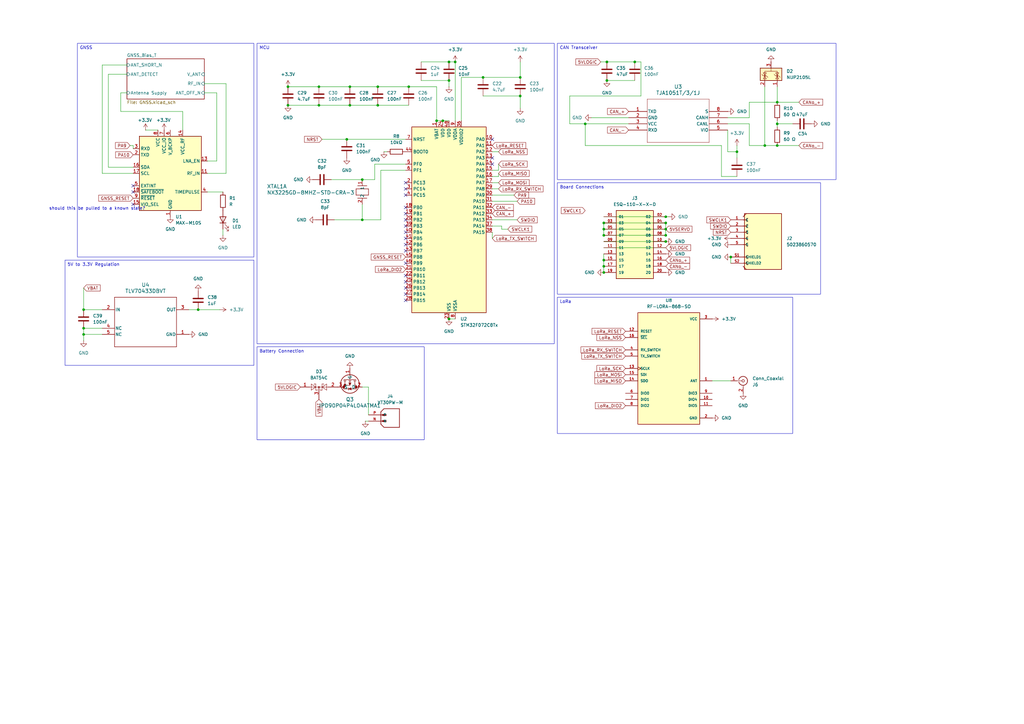
<source format=kicad_sch>
(kicad_sch (version 20250114) (generator "eeschema") (generator_version "9.0")
  (paper "A3")
  (lib_symbols
    (symbol "5023860570:5023860570" (pin_names (offset 1.016))
      (property "Reference" "J" (at -7.62 11.43 0))
      (property "Value" "5023860570" (at -7.62 -15.24 0))
      (symbol "5023860570_0_0"
        (pin passive line (at -12.7 7.62 0) (length 5.08) (name "1") (number "1"))
        (pin passive line (at -12.7 5.08 0) (length 5.08) (name "2") (number "2"))
        (pin passive line (at -12.7 2.54 0) (length 5.08) (name "3") (number "3"))
        (pin passive line (at -12.7 0 0) (length 5.08) (name "4") (number "4"))
        (pin passive line (at -12.7 -2.54 0) (length 5.08) (name "5") (number "5"))
        (pin passive line (at -12.7 -7.62 0) (length 5.08) (name "SHIELD1") (number "S1"))
        (pin passive line (at -12.7 -10.16 0) (length 5.08) (name "SHIELD2") (number "S2"))
      )
    )
    (symbol "Connector:Conn_Coaxial" (pin_names (offset 1.016) (hide yes))
      (property "Reference" "J" (at 0.254 3.048 0))
      (property "Value" "Conn_Coaxial" (at 2.921 0 90))
      (symbol "Conn_Coaxial_1_1"
        (pin passive line (at -5.08 0 0) (length 2.54) (name "In") (number "1"))
        (pin passive line (at 0 -5.08 90) (length 2.54) (name "Ext") (number "2"))
      )
    )
    (symbol "Device:C" (pin_numbers (hide yes)) (pin_names (offset 0.254))
      (property "Reference" "C" (at 0.635 2.54 0))
      (property "Value" "C" (at 0.635 -2.54 0))
      (symbol "C_1_1"
        (pin passive line (at 0 3.81 270) (length 2.794) (name "~") (number "1"))
        (pin passive line (at 0 -3.81 90) (length 2.794) (name "~") (number "2"))
      )
    )
    (symbol "Device:LED" (pin_numbers (hide yes)) (pin_names (offset 1.016) (hide yes))
      (property "Reference" "D" (at 0 2.54 0))
      (property "Value" "LED" (at 0 -2.54 0))
      (symbol "LED_1_1"
        (pin passive line (at -3.81 0 0) (length 2.54) (name "K") (number "1"))
        (pin passive line (at 3.81 0 180) (length 2.54) (name "A") (number "2"))
      )
    )
    (symbol "Device:R" (pin_numbers (hide yes)) (pin_names (offset 0))
      (property "Reference" "R" (at 2.032 0 90))
      (property "Value" "R" (at 0 0 90))
      (symbol "R_1_1"
        (pin passive line (at 0 3.81 270) (length 1.27) (name "~") (number "1"))
        (pin passive line (at 0 -3.81 90) (length 1.27) (name "~") (number "2"))
      )
    )
    (symbol "Diode:BAT54C" (pin_names (offset 1.016))
      (property "Reference" "D" (at 0.635 -3.81 0))
      (property "Value" "BAT54C" (at -6.35 3.175 0))
      (symbol "BAT54C_1_1"
        (pin passive line (at -7.62 0 0) (length 3.81) (name "~") (number "1"))
        (pin passive line (at 0 -5.08 90) (length 5.08) (name "~") (number "3"))
        (pin passive line (at 7.62 0 180) (length 3.81) (name "~") (number "2"))
      )
    )
    (symbol "ESQ-110-X-X-D:ESQ-110-X-X-D" (pin_names (offset 1.016))
      (property "Reference" "J" (at -7.62 13.462 0))
      (property "Value" "ESQ-110-X-X-D" (at -7.62 -17.78 0))
      (symbol "ESQ-110-X-X-D_0_0"
        (pin passive line (at -12.7 10.16 0) (length 5.08) (name "01") (number "01"))
        (pin passive line (at -12.7 7.62 0) (length 5.08) (name "03") (number "03"))
        (pin passive line (at -12.7 5.08 0) (length 5.08) (name "05") (number "05"))
        (pin passive line (at -12.7 2.54 0) (length 5.08) (name "07") (number "07"))
        (pin passive line (at -12.7 0 0) (length 5.08) (name "09") (number "09"))
        (pin passive line (at -12.7 -2.54 0) (length 5.08) (name "11") (number "11"))
        (pin passive line (at -12.7 -5.08 0) (length 5.08) (name "13") (number "13"))
        (pin passive line (at -12.7 -7.62 0) (length 5.08) (name "15") (number "15"))
        (pin passive line (at -12.7 -10.16 0) (length 5.08) (name "17") (number "17"))
        (pin passive line (at -12.7 -12.7 0) (length 5.08) (name "19") (number "19"))
        (pin passive line (at 12.7 10.16 180) (length 5.08) (name "02") (number "02"))
        (pin passive line (at 12.7 7.62 180) (length 5.08) (name "04") (number "04"))
        (pin passive line (at 12.7 5.08 180) (length 5.08) (name "06") (number "06"))
        (pin passive line (at 12.7 2.54 180) (length 5.08) (name "08") (number "08"))
        (pin passive line (at 12.7 0 180) (length 5.08) (name "10") (number "10"))
        (pin passive line (at 12.7 -2.54 180) (length 5.08) (name "12") (number "12"))
        (pin passive line (at 12.7 -5.08 180) (length 5.08) (name "14") (number "14"))
        (pin passive line (at 12.7 -7.62 180) (length 5.08) (name "16") (number "16"))
        (pin passive line (at 12.7 -10.16 180) (length 5.08) (name "18") (number "18"))
        (pin passive line (at 12.7 -12.7 180) (length 5.08) (name "20") (number "20"))
      )
    )
    (symbol "IPD90P04P4L04ATMA1:IPD90P04P4L04ATMA1" (pin_names (offset 0.254))
      (property "Reference" "Q" (at 11.43 1.905 0))
      (property "Value" "IPD90P04P4L04ATMA1" (at 11.43 -2.54 0))
      (symbol "IPD90P04P4L04ATMA1_0_1"
        (pin unspecified line (at 0 0 0) (length 2.54) (name "G") (number "1"))
        (pin unspecified line (at 7.62 5.08 270) (length 2.54) (name "D") (number "2"))
        (pin unspecified line (at 7.62 -5.08 90) (length 2.54) (name "S") (number "3"))
      )
    )
    (symbol "MCU_ST_STM32F0:STM32F072C8Tx"
      (property "Reference" "U" (at -15.24 39.37 0))
      (property "Value" "STM32F072C8Tx" (at 7.62 39.37 0))
      (symbol "STM32F072C8Tx_1_1"
        (pin input line (at -17.78 33.02 0) (length 2.54) (name "NRST") (number "7"))
        (pin input line (at -17.78 27.94 0) (length 2.54) (name "BOOT0") (number "44"))
        (pin bidirectional line (at -17.78 22.86 0) (length 2.54) (name "PF0") (number "5"))
        (pin bidirectional line (at -17.78 20.32 0) (length 2.54) (name "PF1") (number "6"))
        (pin bidirectional line (at -17.78 15.24 0) (length 2.54) (name "PC13") (number "2"))
        (pin bidirectional line (at -17.78 12.7 0) (length 2.54) (name "PC14") (number "3"))
        (pin bidirectional line (at -17.78 10.16 0) (length 2.54) (name "PC15") (number "4"))
        (pin bidirectional line (at -17.78 5.08 0) (length 2.54) (name "PB0") (number "18"))
        (pin bidirectional line (at -17.78 2.54 0) (length 2.54) (name "PB1") (number "19"))
        (pin bidirectional line (at -17.78 0 0) (length 2.54) (name "PB2") (number "20"))
        (pin bidirectional line (at -17.78 -2.54 0) (length 2.54) (name "PB3") (number "39"))
        (pin bidirectional line (at -17.78 -5.08 0) (length 2.54) (name "PB4") (number "40"))
        (pin bidirectional line (at -17.78 -7.62 0) (length 2.54) (name "PB5") (number "41"))
        (pin bidirectional line (at -17.78 -10.16 0) (length 2.54) (name "PB6") (number "42"))
        (pin bidirectional line (at -17.78 -12.7 0) (length 2.54) (name "PB7") (number "43"))
        (pin bidirectional line (at -17.78 -15.24 0) (length 2.54) (name "PB8") (number "45"))
        (pin bidirectional line (at -17.78 -17.78 0) (length 2.54) (name "PB9") (number "46"))
        (pin bidirectional line (at -17.78 -20.32 0) (length 2.54) (name "PB10") (number "21"))
        (pin bidirectional line (at -17.78 -22.86 0) (length 2.54) (name "PB11") (number "22"))
        (pin bidirectional line (at -17.78 -25.4 0) (length 2.54) (name "PB12") (number "25"))
        (pin bidirectional line (at -17.78 -27.94 0) (length 2.54) (name "PB13") (number "26"))
        (pin bidirectional line (at -17.78 -30.48 0) (length 2.54) (name "PB14") (number "27"))
        (pin bidirectional line (at -17.78 -33.02 0) (length 2.54) (name "PB15") (number "28"))
        (pin power_in line (at -5.08 40.64 270) (length 2.54) (name "VBAT") (number "1"))
        (pin power_in line (at -2.54 40.64 270) (length 2.54) (name "VDD") (number "24"))
        (pin power_in line (at 0 40.64 270) (length 2.54) (name "VDD") (number "48"))
        (pin power_in line (at 0 -40.64 90) (length 2.54) (name "VSS") (number "23"))
        (pin passive line (at 0 -40.64 90) (length 2.54) (hide yes) (name "VSS") (number "35"))
        (pin passive line (at 0 -40.64 90) (length 2.54) (hide yes) (name "VSS") (number "47"))
        (pin power_in line (at 2.54 40.64 270) (length 2.54) (name "VDDA") (number "9"))
        (pin power_in line (at 2.54 -40.64 90) (length 2.54) (name "VSSA") (number "8"))
        (pin power_in line (at 5.08 40.64 270) (length 2.54) (name "VDDIO2") (number "36"))
        (pin bidirectional line (at 17.78 33.02 180) (length 2.54) (name "PA0") (number "10"))
        (pin bidirectional line (at 17.78 30.48 180) (length 2.54) (name "PA1") (number "11"))
        (pin bidirectional line (at 17.78 27.94 180) (length 2.54) (name "PA2") (number "12"))
        (pin bidirectional line (at 17.78 25.4 180) (length 2.54) (name "PA3") (number "13"))
        (pin bidirectional line (at 17.78 22.86 180) (length 2.54) (name "PA4") (number "14"))
        (pin bidirectional line (at 17.78 20.32 180) (length 2.54) (name "PA5") (number "15"))
        (pin bidirectional line (at 17.78 17.78 180) (length 2.54) (name "PA6") (number "16"))
        (pin bidirectional line (at 17.78 15.24 180) (length 2.54) (name "PA7") (number "17"))
        (pin bidirectional line (at 17.78 12.7 180) (length 2.54) (name "PA8") (number "29"))
        (pin bidirectional line (at 17.78 10.16 180) (length 2.54) (name "PA9") (number "30"))
        (pin bidirectional line (at 17.78 7.62 180) (length 2.54) (name "PA10") (number "31"))
        (pin bidirectional line (at 17.78 5.08 180) (length 2.54) (name "PA11") (number "32"))
        (pin bidirectional line (at 17.78 2.54 180) (length 2.54) (name "PA12") (number "33"))
        (pin bidirectional line (at 17.78 0 180) (length 2.54) (name "PA13") (number "34"))
        (pin bidirectional line (at 17.78 -2.54 180) (length 2.54) (name "PA14") (number "37"))
        (pin bidirectional line (at 17.78 -5.08 180) (length 2.54) (name "PA15") (number "38"))
      )
    )
    (symbol "NX3225GD-8MHZ-STD-CRA-3:NX3225GD-8MHZ-STD-CRA-3" (pin_names (offset 0.254))
      (property "Reference" "XTAL" (at 5.08 4.445 0))
      (property "Value" "NX3225GD-8MHZ-STD-CRA-3" (at 5.08 -4.445 0))
      (symbol "NX3225GD-8MHZ-STD-CRA-3_1_1"
        (pin unspecified line (at 0 0 0) (length 2.54) (name "1") (number "1"))
        (pin unspecified line (at 10.16 0 180) (length 2.54) (name "2") (number "2"))
      )
      (symbol "NX3225GD-8MHZ-STD-CRA-3_1_2"
        (pin unspecified line (at 0 10.16 270) (length 2.54) (name "2") (number "2"))
        (pin unspecified line (at 0 0 90) (length 2.54) (name "1") (number "1"))
      )
    )
    (symbol "Power_Protection:NUP2105L" (pin_names (hide yes))
      (property "Reference" "D" (at 5.715 2.54 0))
      (property "Value" "NUP2105L" (at 5.715 0.635 0))
      (symbol "NUP2105L_0_0"
        (pin passive line (at 0 -5.08 90) (length 2.54) (name "A") (number "3"))
      )
      (symbol "NUP2105L_1_1"
        (pin passive line (at -2.54 5.08 270) (length 2.54) (name "K") (number "1"))
        (pin passive line (at 2.54 5.08 270) (length 2.54) (name "K") (number "2"))
      )
    )
    (symbol "RF-LORA-868-SO:RF-LORA-868-SO" (pin_names (offset 1.016))
      (property "Reference" "U" (at -12.7041 23.5026 0))
      (property "Value" "RF-LORA-868-SO" (at -12.7215 -25.4429 0))
      (symbol "RF-LORA-868-SO_0_0"
        (pin input line (at -17.78 15.24 0) (length 5.08) (name "RESET") (number "12"))
        (pin input line (at -17.78 12.7 0) (length 5.08) (name "~{SEL}") (number "16"))
        (pin input line (at -17.78 7.62 0) (length 5.08) (name "RX_SWITCH") (number "4"))
        (pin input line (at -17.78 5.08 0) (length 5.08) (name "TX_SWITCH") (number "5"))
        (pin input clock (at -17.78 0 0) (length 5.08) (name "SCLK") (number "13"))
        (pin input line (at -17.78 -2.54 0) (length 5.08) (name "SDI") (number "15"))
        (pin output line (at -17.78 -5.08 0) (length 5.08) (name "SDO") (number "14"))
        (pin bidirectional line (at -17.78 -10.16 0) (length 5.08) (name "DIO0") (number "6"))
        (pin bidirectional line (at -17.78 -12.7 0) (length 5.08) (name "DIO1") (number "7"))
        (pin bidirectional line (at -17.78 -15.24 0) (length 5.08) (name "DIO2") (number "8"))
        (pin power_in line (at 17.78 20.32 180) (length 5.08) (name "VCC") (number "3"))
        (pin bidirectional line (at 17.78 -5.08 180) (length 5.08) (name "ANT") (number "1"))
        (pin bidirectional line (at 17.78 -10.16 180) (length 5.08) (name "DIO3") (number "9"))
        (pin bidirectional line (at 17.78 -12.7 180) (length 5.08) (name "DIO4") (number "10"))
        (pin bidirectional line (at 17.78 -15.24 180) (length 5.08) (name "DIO5") (number "11"))
        (pin power_in line (at 17.78 -20.32 180) (length 5.08) (name "GND") (number "2"))
      )
    )
    (symbol "RF_GPS:MAX-M10S"
      (property "Reference" "U" (at -10.16 16.51 0))
      (property "Value" "MAX-M10S" (at 11.43 16.51 0))
      (symbol "MAX-M10S_1_1"
        (pin input line (at -15.24 10.16 0) (length 2.54) (name "RXD") (number "3"))
        (pin output line (at -15.24 7.62 0) (length 2.54) (name "TXD") (number "2"))
        (pin bidirectional line (at -15.24 2.54 0) (length 2.54) (name "SDA") (number "16"))
        (pin input line (at -15.24 0 0) (length 2.54) (name "SCL") (number "17"))
        (pin input line (at -15.24 -5.08 0) (length 2.54) (name "EXTINT") (number "5"))
        (pin input line (at -15.24 -7.62 0) (length 2.54) (name "~{SAFEBOOT}") (number "18"))
        (pin input line (at -15.24 -10.16 0) (length 2.54) (name "~{RESET}") (number "9"))
        (pin input line (at -15.24 -12.7 0) (length 2.54) (name "VIO_SEL") (number "15"))
        (pin power_in line (at -5.08 17.78 270) (length 2.54) (name "VCC") (number "8"))
        (pin power_in line (at -2.54 17.78 270) (length 2.54) (name "VCC_IO") (number "7"))
        (pin power_in line (at 0 17.78 270) (length 2.54) (name "V_BCKP") (number "6"))
        (pin power_in line (at 0 -17.78 90) (length 2.54) (name "GND") (number "1"))
        (pin passive line (at 0 -17.78 90) (length 2.54) (hide yes) (name "GND") (number "10"))
        (pin passive line (at 0 -17.78 90) (length 2.54) (hide yes) (name "GND") (number "12"))
        (pin power_out line (at 5.08 17.78 270) (length 2.54) (name "VCC_RF") (number "14"))
        (pin output line (at 15.24 5.08 180) (length 2.54) (name "LNA_EN") (number "13"))
        (pin input line (at 15.24 0 180) (length 2.54) (name "RF_IN") (number "11"))
        (pin output line (at 15.24 -7.62 180) (length 2.54) (name "TIMEPULSE") (number "4"))
      )
    )
    (symbol "TJA1051T:TJA1051T_3_1J" (pin_names (offset 0.254))
      (property "Reference" "U" (at 20.32 10.16 0))
      (property "Value" "TJA1051T/3/1J" (at 20.32 7.62 0))
      (symbol "TJA1051T_3_1J_0_1"
        (pin input line (at 0 0 0) (length 7.62) (name "TXD") (number "1"))
        (pin power_out line (at 0 -2.54 0) (length 7.62) (name "GND") (number "2"))
        (pin power_in line (at 0 -5.08 0) (length 7.62) (name "VCC") (number "3"))
        (pin output line (at 0 -7.62 0) (length 7.62) (name "RXD") (number "4"))
        (pin input line (at 40.64 0 180) (length 7.62) (name "S") (number "8"))
        (pin bidirectional line (at 40.64 -2.54 180) (length 7.62) (name "CANH") (number "7"))
        (pin bidirectional line (at 40.64 -5.08 180) (length 7.62) (name "CANL") (number "6"))
        (pin power_in line (at 40.64 -7.62 180) (length 7.62) (name "VIO") (number "5"))
      )
    )
    (symbol "TLV70433DBVT:TLV70433DBVT" (pin_names (offset 0.254))
      (property "Reference" "U" (at 0 2.54 0))
      (property "Value" "TLV70433DBVT" (at 0 0 0))
      (symbol "TLV70433DBVT_0_1"
        (pin power_in line (at -17.78 5.08 0) (length 5.08) (name "IN") (number "2"))
        (pin unspecified line (at -17.78 -2.54 0) (length 5.08) (name "NC") (number "4"))
        (pin unspecified line (at -17.78 -5.08 0) (length 5.08) (name "NC") (number "5"))
        (pin power_in line (at 17.78 5.08 180) (length 5.08) (name "OUT") (number "3"))
        (pin power_in line (at 17.78 -5.08 180) (length 5.08) (name "GND") (number "1"))
      )
    )
    (symbol "XT30PW-M:XT30PW-M" (pin_names (offset 1.016))
      (property "Reference" "J" (at -7.62 3.302 0))
      (property "Value" "XT30PW-M" (at -7.62 -7.62 0))
      (symbol "XT30PW-M_0_0"
        (pin power_in line (at 5.08 0 180) (length 5.08) (name "P") (number "P"))
        (pin power_in line (at 5.08 -2.54 180) (length 5.08) (name "N") (number "N"))
      )
    )
    (symbol "power:+3.3V" (power) (pin_numbers (hide yes)) (pin_names (offset 0) (hide yes))
      (property "Value" "+3.3V" (at 0 3.556 0))
      (symbol "+3.3V_1_1"
        (pin power_in line (at 0 0 90) (length 0) (name "~") (number "1"))
      )
    )
    (symbol "power:GND" (power) (pin_numbers (hide yes)) (pin_names (offset 0) (hide yes))
      (property "Value" "GND" (at 0 -3.81 0))
      (symbol "GND_1_1"
        (pin power_in line (at 0 0 270) (length 0) (name "~") (number "1"))
      )
    )
  )
  (text "should this be pulled to a known state?\n" (at 39.878 85.598 0) (effects (font (size 1.27 1.27))))
  (text_box "Board Connections" (at 228.6 74.93 0) (size 107.95 45.72) (margins 0.9525 0.9525 0.9525 0.9525) (effects (font (size 1.27 1.27)) (justify left top)))
  (text_box "Battery Connection" (at 105.41 142.24 0) (size 68.58 38.1) (margins 0.9525 0.9525 0.9525 0.9525) (effects (font (size 1.27 1.27)) (justify left top)))
  (text_box "LoRa" (at 228.6 121.92 0) (size 96.52 55.88) (margins 0.9525 0.9525 0.9525 0.9525) (effects (font (size 1.27 1.27)) (justify left top)))
  (text_box "CAN Transceiver" (at 228.6 17.78 0) (size 114.3 55.88) (margins 0.9525 0.9525 0.9525 0.9525) (effects (font (size 1.27 1.27)) (justify left top)))
  (text_box "GNSS" (at 31.75 17.78 0) (size 72.39 87.63) (margins 0.9525 0.9525 0.9525 0.9525) (effects (font (size 1.27 1.27)) (justify left top)))
  (text_box "MCU" (at 105.41 17.78 0) (size 121.92 123.19) (margins 0.9525 0.9525 0.9525 0.9525) (effects (font (size 1.27 1.27)) (justify left top)))
  (text_box "5V to 3.3V Regulation\n" (at 26.67 106.68 0) (size 77.47 43.18) (margins 0.9525 0.9525 0.9525 0.9525) (effects (font (size 1.27 1.27)) (justify left top)))
  (junction (at 247.65 106.68))
  (junction (at 318.77 59.69))
  (junction (at 34.29 137.16))
  (junction (at 273.05 99.06))
  (junction (at 186.69 25.4))
  (junction (at 318.77 50.8))
  (junction (at 247.65 93.98))
  (junction (at 184.15 25.4))
  (junction (at 248.92 33.02))
  (junction (at 198.12 31.75))
  (junction (at 143.51 35.56))
  (junction (at 154.94 43.18))
  (junction (at 179.07 49.53))
  (junction (at 247.65 91.44))
  (junction (at 118.11 35.56))
  (junction (at 34.29 134.62))
  (junction (at 213.36 31.75))
  (junction (at 273.05 93.98))
  (junction (at 148.59 90.17))
  (junction (at 247.65 109.22))
  (junction (at 154.94 35.56))
  (junction (at 302.26 62.23))
  (junction (at 34.29 127))
  (junction (at 273.05 96.52))
  (junction (at 273.05 91.44))
  (junction (at 148.59 73.66))
  (junction (at 247.65 96.52))
  (junction (at 118.11 43.18))
  (junction (at 142.24 57.15))
  (junction (at 318.77 41.91))
  (junction (at 299.72 105.41))
  (junction (at 130.81 43.18))
  (junction (at 167.64 35.56))
  (junction (at 213.36 39.37))
  (junction (at 313.69 59.69))
  (junction (at 181.61 49.53))
  (junction (at 260.35 25.4))
  (junction (at 81.28 127))
  (junction (at 130.81 35.56))
  (junction (at 240.03 50.8))
  (junction (at 247.65 111.76))
  (junction (at 184.15 33.02))
  (junction (at 273.05 88.9))
  (junction (at 143.51 43.18))
  (junction (at 248.92 25.4))
  (junction (at 184.15 130.81))
  (no_connect (at 166.37 123.19))
  (no_connect (at 201.93 67.31))
  (no_connect (at 166.37 85.09))
  (no_connect (at 166.37 92.71))
  (no_connect (at 166.37 97.79))
  (no_connect (at 166.37 118.11))
  (no_connect (at 166.37 77.47))
  (no_connect (at 166.37 80.01))
  (no_connect (at 201.93 64.77))
  (no_connect (at 166.37 87.63))
  (no_connect (at 166.37 90.17))
  (no_connect (at 166.37 107.95))
  (no_connect (at 166.37 100.33))
  (no_connect (at 54.61 83.82))
  (no_connect (at 166.37 115.57))
  (no_connect (at 201.93 57.15))
  (no_connect (at 166.37 113.03))
  (no_connect (at 166.37 120.65))
  (no_connect (at 54.61 78.74))
  (no_connect (at 54.61 76.2))
  (no_connect (at 166.37 95.25))
  (no_connect (at 166.37 74.93))
  (no_connect (at 166.37 102.87))
  (wire (pts (xy 318.77 41.91) (xy 327.66 41.91)))
  (wire (pts (xy 247.65 101.6) (xy 273.05 101.6)))
  (wire (pts (xy 247.65 109.22) (xy 247.65 111.76)))
  (wire (pts (xy 204.47 69.85) (xy 201.93 69.85)))
  (wire (pts (xy 149.86 172.72) (xy 151.13 172.72)))
  (wire (pts (xy 172.72 25.4) (xy 184.15 25.4)))
  (wire (pts (xy 172.72 33.02) (xy 184.15 33.02)))
  (wire (pts (xy 247.65 93.98) (xy 247.65 96.52)))
  (wire (pts (xy 142.24 57.15) (xy 166.37 57.15)))
  (wire (pts (xy 181.61 49.53) (xy 184.15 49.53)))
  (wire (pts (xy 41.91 71.12) (xy 54.61 71.12)))
  (wire (pts (xy 240.03 59.69) (xy 240.03 50.8)))
  (wire (pts (xy 318.77 50.8) (xy 318.77 52.07)))
  (wire (pts (xy 198.12 39.37) (xy 213.36 39.37)))
  (wire (pts (xy 49.53 45.72) (xy 74.93 45.72)))
  (wire (pts (xy 201.93 80.01) (xy 210.82 80.01)))
  (wire (pts (xy 88.9 66.04) (xy 85.09 66.04)))
  (wire (pts (xy 184.15 33.02) (xy 184.15 35.56)))
  (wire (pts (xy 213.36 39.37) (xy 213.36 44.45)))
  (wire (pts (xy 313.69 59.69) (xy 318.77 59.69)))
  (wire (pts (xy 179.07 49.53) (xy 181.61 49.53)))
  (wire (pts (xy 247.65 88.9) (xy 273.05 88.9)))
  (wire (pts (xy 154.94 43.18) (xy 167.64 43.18)))
  (wire (pts (xy 148.59 158.75) (xy 151.13 158.75)))
  (wire (pts (xy 201.93 74.93) (xy 204.47 74.93)))
  (wire (pts (xy 204.47 67.31) (xy 204.47 69.85)))
  (wire (pts (xy 143.51 43.18) (xy 154.94 43.18)))
  (wire (pts (xy 318.77 35.56) (xy 318.77 41.91)))
  (wire (pts (xy 83.82 38.1) (xy 88.9 38.1)))
  (wire (pts (xy 240.03 50.8) (xy 233.68 50.8)))
  (wire (pts (xy 302.26 62.23) (xy 302.26 64.77)))
  (wire (pts (xy 318.77 50.8) (xy 325.12 50.8)))
  (wire (pts (xy 74.93 45.72) (xy 74.93 53.34)))
  (wire (pts (xy 247.65 93.98) (xy 273.05 93.98)))
  (wire (pts (xy 130.81 43.18) (xy 143.51 43.18)))
  (wire (pts (xy 273.05 93.98) (xy 273.05 96.52)))
  (wire (pts (xy 240.03 50.8) (xy 257.81 50.8)))
  (wire (pts (xy 307.34 41.91) (xy 307.34 48.26)))
  (wire (pts (xy 137.16 90.17) (xy 148.59 90.17)))
  (wire (pts (xy 184.15 25.4) (xy 186.69 25.4)))
  (wire (pts (xy 242.57 48.26) (xy 257.81 48.26)))
  (wire (pts (xy 54.61 59.69) (xy 54.61 60.96)))
  (wire (pts (xy 91.44 93.98) (xy 91.44 96.52)))
  (wire (pts (xy 247.65 104.14) (xy 247.65 106.68)))
  (wire (pts (xy 262.89 39.37) (xy 262.89 25.4)))
  (wire (pts (xy 248.92 25.4) (xy 260.35 25.4)))
  (wire (pts (xy 273.05 88.9) (xy 274.32 88.9)))
  (wire (pts (xy 208.28 93.98) (xy 205.74 93.98)))
  (wire (pts (xy 307.34 50.8) (xy 298.45 50.8)))
  (wire (pts (xy 151.13 158.75) (xy 151.13 170.18)))
  (wire (pts (xy 205.74 93.98) (xy 205.74 92.71)))
  (wire (pts (xy 135.89 73.66) (xy 148.59 73.66)))
  (wire (pts (xy 233.68 50.8) (xy 233.68 39.37)))
  (wire (pts (xy 92.71 71.12) (xy 85.09 71.12)))
  (wire (pts (xy 247.65 96.52) (xy 273.05 96.52)))
  (wire (pts (xy 299.72 105.41) (xy 299.72 107.95)))
  (wire (pts (xy 307.34 41.91) (xy 318.77 41.91)))
  (wire (pts (xy 81.28 127) (xy 77.47 127)))
  (wire (pts (xy 295.91 59.69) (xy 240.03 59.69)))
  (wire (pts (xy 34.29 134.62) (xy 41.91 134.62)))
  (wire (pts (xy 201.93 97.79) (xy 201.93 95.25)))
  (wire (pts (xy 302.26 62.23) (xy 298.45 62.23)))
  (wire (pts (xy 59.69 53.34) (xy 64.77 53.34)))
  (wire (pts (xy 247.65 99.06) (xy 273.05 99.06)))
  (wire (pts (xy 204.47 72.39) (xy 201.93 72.39)))
  (wire (pts (xy 34.29 118.11) (xy 34.29 127)))
  (wire (pts (xy 307.34 48.26) (xy 298.45 48.26)))
  (wire (pts (xy 153.67 67.31) (xy 166.37 67.31)))
  (wire (pts (xy 186.69 25.4) (xy 186.69 49.53)))
  (wire (pts (xy 233.68 39.37) (xy 262.89 39.37)))
  (wire (pts (xy 204.47 71.12) (xy 204.47 72.39)))
  (wire (pts (xy 132.08 57.15) (xy 142.24 57.15)))
  (wire (pts (xy 118.11 43.18) (xy 130.81 43.18)))
  (wire (pts (xy 298.45 62.23) (xy 298.45 53.34)))
  (wire (pts (xy 295.91 59.69) (xy 295.91 72.39)))
  (wire (pts (xy 295.91 72.39) (xy 302.26 72.39)))
  (wire (pts (xy 52.07 26.67) (xy 41.91 26.67)))
  (wire (pts (xy 318.77 49.53) (xy 318.77 50.8)))
  (wire (pts (xy 92.71 34.29) (xy 92.71 71.12)))
  (wire (pts (xy 118.11 35.56) (xy 130.81 35.56)))
  (wire (pts (xy 157.48 62.23) (xy 158.75 62.23)))
  (wire (pts (xy 307.34 59.69) (xy 313.69 59.69)))
  (wire (pts (xy 198.12 31.75) (xy 213.36 31.75)))
  (wire (pts (xy 34.29 137.16) (xy 34.29 139.7)))
  (wire (pts (xy 154.94 35.56) (xy 167.64 35.56)))
  (wire (pts (xy 34.29 137.16) (xy 41.91 137.16)))
  (wire (pts (xy 34.29 134.62) (xy 34.29 137.16)))
  (wire (pts (xy 143.51 35.56) (xy 154.94 35.56)))
  (wire (pts (xy 34.29 127) (xy 41.91 127)))
  (wire (pts (xy 52.07 38.1) (xy 49.53 38.1)))
  (wire (pts (xy 262.89 25.4) (xy 260.35 25.4)))
  (wire (pts (xy 148.59 90.17) (xy 148.59 83.82)))
  (wire (pts (xy 179.07 49.53) (xy 179.07 35.56)))
  (wire (pts (xy 189.23 49.53) (xy 189.23 31.75)))
  (wire (pts (xy 156.21 69.85) (xy 166.37 69.85)))
  (wire (pts (xy 246.38 25.4) (xy 248.92 25.4)))
  (wire (pts (xy 130.81 35.56) (xy 143.51 35.56)))
  (wire (pts (xy 247.65 91.44) (xy 273.05 91.44)))
  (wire (pts (xy 148.59 73.66) (xy 153.67 73.66)))
  (wire (pts (xy 307.34 59.69) (xy 307.34 50.8)))
  (wire (pts (xy 44.45 30.48) (xy 44.45 68.58)))
  (wire (pts (xy 313.69 35.56) (xy 313.69 59.69)))
  (wire (pts (xy 248.92 33.02) (xy 260.35 33.02)))
  (wire (pts (xy 91.44 78.74) (xy 85.09 78.74)))
  (wire (pts (xy 247.65 106.68) (xy 247.65 109.22)))
  (wire (pts (xy 292.1 156.21) (xy 299.72 156.21)))
  (wire (pts (xy 148.59 90.17) (xy 156.21 90.17)))
  (wire (pts (xy 179.07 35.56) (xy 167.64 35.56)))
  (wire (pts (xy 156.21 90.17) (xy 156.21 69.85)))
  (wire (pts (xy 184.15 130.81) (xy 186.69 130.81)))
  (wire (pts (xy 213.36 25.4) (xy 213.36 31.75)))
  (wire (pts (xy 201.93 82.55) (xy 212.09 82.55)))
  (wire (pts (xy 53.34 59.69) (xy 54.61 59.69)))
  (wire (pts (xy 201.93 62.23) (xy 204.47 62.23)))
  (wire (pts (xy 302.26 59.69) (xy 302.26 62.23)))
  (wire (pts (xy 88.9 38.1) (xy 88.9 66.04)))
  (wire (pts (xy 205.74 92.71) (xy 201.93 92.71)))
  (wire (pts (xy 49.53 38.1) (xy 49.53 45.72)))
  (wire (pts (xy 189.23 31.75) (xy 198.12 31.75)))
  (wire (pts (xy 204.47 77.47) (xy 201.93 77.47)))
  (wire (pts (xy 153.67 73.66) (xy 153.67 67.31)))
  (wire (pts (xy 41.91 26.67) (xy 41.91 71.12)))
  (wire (pts (xy 44.45 68.58) (xy 54.61 68.58)))
  (wire (pts (xy 247.65 91.44) (xy 247.65 93.98)))
  (wire (pts (xy 273.05 91.44) (xy 273.05 93.98)))
  (wire (pts (xy 318.77 59.69) (xy 327.66 59.69)))
  (wire (pts (xy 212.09 90.17) (xy 201.93 90.17)))
  (wire (pts (xy 83.82 34.29) (xy 92.71 34.29)))
  (wire (pts (xy 52.07 30.48) (xy 44.45 30.48)))
  (wire (pts (xy 90.17 127) (xy 81.28 127)))
  (global_label "VBAT" (shape input) (at 34.29 118.11 0) (property "Intersheetrefs" "${INTERSHEET_REFS}" (effects (hide yes))))
  (global_label "LoRa_RX_SWITCH" (shape input) (at 204.47 77.47 0) (property "Intersheetrefs" "${INTERSHEET_REFS}" (effects (hide yes))))
  (global_label "NRST" (shape input) (at 132.08 57.15 180) (property "Intersheetrefs" "${INTERSHEET_REFS}" (effects (hide yes))))
  (global_label "LoRa_RESET" (shape input) (at 201.93 59.69 0) (property "Intersheetrefs" "${INTERSHEET_REFS}" (effects (hide yes))))
  (global_label "5VLOGIC" (shape input) (at 246.38 25.4 180) (property "Intersheetrefs" "${INTERSHEET_REFS}" (effects (hide yes))))
  (global_label "GNSS_RESET" (shape input) (at 166.37 105.41 180) (property "Intersheetrefs" "${INTERSHEET_REFS}" (effects (hide yes))))
  (global_label "LoRa_NSS" (shape input) (at 256.54 138.43 180) (property "Intersheetrefs" "${INTERSHEET_REFS}" (effects (hide yes))))
  (global_label "LoRa_NSS" (shape input) (at 204.47 62.23 0) (property "Intersheetrefs" "${INTERSHEET_REFS}" (effects (hide yes))))
  (global_label "LoRa_DIO2" (shape input) (at 166.37 110.49 180) (property "Intersheetrefs" "${INTERSHEET_REFS}" (effects (hide yes))))
  (global_label "GNSS_RESET" (shape input) (at 54.61 81.28 180) (property "Intersheetrefs" "${INTERSHEET_REFS}" (effects (hide yes))))
  (global_label "5VSERVO" (shape input) (at 273.05 93.98 0) (property "Intersheetrefs" "${INTERSHEET_REFS}" (effects (hide yes))))
  (global_label "SWDIO" (shape input) (at 212.09 90.17 0) (property "Intersheetrefs" "${INTERSHEET_REFS}" (effects (hide yes))))
  (global_label "SWCLK1" (shape input) (at 299.72 90.17 180) (property "Intersheetrefs" "${INTERSHEET_REFS}" (effects (hide yes))))
  (global_label "LoRa_RESET" (shape input) (at 256.54 135.89 180) (property "Intersheetrefs" "${INTERSHEET_REFS}" (effects (hide yes))))
  (global_label "CAN_-" (shape input) (at 257.81 53.34 180) (property "Intersheetrefs" "${INTERSHEET_REFS}" (effects (hide yes))))
  (global_label "CAN_-" (shape input) (at 201.93 85.09 0) (property "Intersheetrefs" "${INTERSHEET_REFS}" (effects (hide yes))))
  (global_label "LoRa_TX_SWITCH" (shape input) (at 201.93 97.79 0) (property "Intersheetrefs" "${INTERSHEET_REFS}" (effects (hide yes))))
  (global_label "CANo_-" (shape input) (at 327.66 59.69 0) (property "Intersheetrefs" "${INTERSHEET_REFS}" (effects (hide yes))))
  (global_label "NRST" (shape input) (at 299.72 95.25 180) (property "Intersheetrefs" "${INTERSHEET_REFS}" (effects (hide yes))))
  (global_label "LoRa_DIO2" (shape input) (at 256.54 166.37 180) (property "Intersheetrefs" "${INTERSHEET_REFS}" (effects (hide yes))))
  (global_label "LoRa_MOSI" (shape input) (at 256.54 153.67 180) (property "Intersheetrefs" "${INTERSHEET_REFS}" (effects (hide yes))))
  (global_label "5VLOGIC" (shape input) (at 123.19 158.75 180) (property "Intersheetrefs" "${INTERSHEET_REFS}" (effects (hide yes))))
  (global_label "LoRa_MISO" (shape input) (at 204.47 71.12 0) (property "Intersheetrefs" "${INTERSHEET_REFS}" (effects (hide yes))))
  (global_label "LoRa_TX_SWITCH" (shape input) (at 256.54 146.05 180) (property "Intersheetrefs" "${INTERSHEET_REFS}" (effects (hide yes))))
  (global_label "CANo_+" (shape input) (at 327.66 41.91 0) (property "Intersheetrefs" "${INTERSHEET_REFS}" (effects (hide yes))))
  (global_label "LoRa_RX_SWITCH" (shape input) (at 256.54 143.51 180) (property "Intersheetrefs" "${INTERSHEET_REFS}" (effects (hide yes))))
  (global_label "CAN_+" (shape input) (at 257.81 45.72 180) (property "Intersheetrefs" "${INTERSHEET_REFS}" (effects (hide yes))))
  (global_label "CAN_+" (shape input) (at 201.93 87.63 0) (property "Intersheetrefs" "${INTERSHEET_REFS}" (effects (hide yes))))
  (global_label "SWCLK1" (shape input) (at 240.03 86.36 180) (property "Intersheetrefs" "${INTERSHEET_REFS}" (effects (hide yes))))
  (global_label "LoRa_MISO" (shape input) (at 256.54 156.21 180) (property "Intersheetrefs" "${INTERSHEET_REFS}" (effects (hide yes))))
  (global_label "LoRa_MOSI" (shape input) (at 204.47 74.93 0) (property "Intersheetrefs" "${INTERSHEET_REFS}" (effects (hide yes))))
  (global_label "PA10" (shape input) (at 54.61 63.5 180) (property "Intersheetrefs" "${INTERSHEET_REFS}" (effects (hide yes))))
  (global_label "CANo_+" (shape input) (at 273.05 106.68 0) (property "Intersheetrefs" "${INTERSHEET_REFS}" (effects (hide yes))))
  (global_label "PA9" (shape input) (at 210.82 80.01 0) (property "Intersheetrefs" "${INTERSHEET_REFS}" (effects (hide yes))))
  (global_label "5VLOGIC" (shape input) (at 273.05 101.6 0) (property "Intersheetrefs" "${INTERSHEET_REFS}" (effects (hide yes))))
  (global_label "VBAT" (shape input) (at 130.81 163.83 270) (property "Intersheetrefs" "${INTERSHEET_REFS}" (effects (hide yes))))
  (global_label "PA10" (shape input) (at 212.09 82.55 0) (property "Intersheetrefs" "${INTERSHEET_REFS}" (effects (hide yes))))
  (global_label "LoRa_SCK" (shape input) (at 204.47 67.31 0) (property "Intersheetrefs" "${INTERSHEET_REFS}" (effects (hide yes))))
  (global_label "SWDIO" (shape input) (at 299.72 92.71 180) (property "Intersheetrefs" "${INTERSHEET_REFS}" (effects (hide yes))))
  (global_label "LoRa_SCK" (shape input) (at 256.54 151.13 180) (property "Intersheetrefs" "${INTERSHEET_REFS}" (effects (hide yes))))
  (global_label "PA9" (shape input) (at 53.34 59.69 180) (property "Intersheetrefs" "${INTERSHEET_REFS}" (effects (hide yes))))
  (global_label "CANo_-" (shape input) (at 273.05 109.22 0) (property "Intersheetrefs" "${INTERSHEET_REFS}" (effects (hide yes))))
  (global_label "SWCLK1" (shape input) (at 208.28 93.98 0) (property "Intersheetrefs" "${INTERSHEET_REFS}" (effects (hide yes))))
  (symbol (lib_id "TLV70433DBVT:TLV70433DBVT") (at 59.69 132.08 0) (unit 1)
    (property "Reference" "U4" (at 59.69 116.84 0) (effects (font (size 1.524 1.524))))
    (property "Value" "TLV70433DBVT" (at 59.69 119.38 0) (effects (font (size 1.524 1.524))))
    (property "Footprint" "DBV0005A_L" (effects (hide yes)))
    (property "Datasheet" "https://www.ti.com/lit/gpn/tlv704" (effects (hide yes)))
  )
  (symbol (lib_id "power:GND") (at 273.05 104.14 90) (unit 1)
    (property "Reference" "#PWR019" (effects (hide yes)))
    (property "Value" "GND" (at 276.86 104.1399 90) (effects (justify right)))
    (property "Description" "Power symbol creates a global label with name \"GND\" , ground" (effects (hide yes)))
  )
  (symbol (lib_id "NX3225GD-8MHZ-STD-CRA-3:NX3225GD-8MHZ-STD-CRA-3") (at 148.59 73.66 270) (unit 1)
    (property "Reference" "XTAL1" (at 109.474 76.454 90) (effects (font (size 1.524 1.524)) (justify left)))
    (property "Value" "NX3225GD-8MHZ-STD-CRA-3" (at 109.474 78.994 90) (effects (font (size 1.524 1.524)) (justify left)))
    (property "Footprint" "XTAL_NX3225GD-8MHZ-STD-CRA-3_NDK" (effects (hide yes)))
    (property "Datasheet" "NX3225GD-8MHZ-STD-CRA-3" (effects (hide yes)))
  )
  (symbol (lib_id "power:GND") (at 273.05 111.76 90) (unit 1)
    (property "Reference" "#PWR053" (effects (hide yes)))
    (property "Value" "GND" (at 276.86 111.7599 90) (effects (justify right)))
    (property "Description" "Power symbol creates a global label with name \"GND\" , ground" (effects (hide yes)))
  )
  (symbol (lib_id "power:GND") (at 292.1 171.45 90) (unit 1)
    (property "Reference" "#PWR014" (effects (hide yes)))
    (property "Value" "GND" (at 295.91 171.4499 90) (effects (justify right)))
    (property "Description" "Power symbol creates a global label with name \"GND\" , ground" (effects (hide yes)))
  )
  (symbol (lib_id "power:GND") (at 298.45 45.72 90) (unit 1)
    (property "Reference" "#PWR046" (effects (hide yes)))
    (property "Value" "GND" (at 302.26 45.7199 90) (effects (justify right)))
    (property "Description" "Power symbol creates a global label with name \"GND\" , ground" (effects (hide yes)))
  )
  (symbol (lib_id "Device:C") (at 154.94 39.37 0) (unit 1)
    (property "Reference" "C27" (at 158.75 38.0999 0) (effects (justify left)))
    (property "Value" "100nF" (at 158.75 40.6399 0) (effects (justify left)))
    (property "Footprint" "Capacitor_SMD:C_0402_1005Metric" (effects (hide yes)))
    (property "Description" "Unpolarized capacitor" (effects (hide yes)))
  )
  (symbol (lib_id "Device:C") (at 302.26 68.58 0) (unit 1)
    (property "Reference" "C37" (at 306.07 67.3099 0) (effects (justify left)))
    (property "Value" "100nF" (at 306.07 69.8499 0) (effects (justify left)))
    (property "Footprint" "Capacitor_SMD:C_0402_1005Metric" (effects (hide yes)))
    (property "Description" "Unpolarized capacitor" (effects (hide yes)))
  )
  (symbol (lib_id "Device:C") (at 81.28 123.19 0) (unit 1)
    (property "Reference" "C38" (at 85.09 121.9199 0) (effects (justify left)))
    (property "Value" "1uF" (at 85.09 124.4599 0) (effects (justify left)))
    (property "Footprint" "Capacitor_SMD:C_0402_1005Metric" (effects (hide yes)))
    (property "Description" "Unpolarized capacitor" (effects (hide yes)))
  )
  (symbol (lib_id "power:GND") (at 77.47 137.16 90) (unit 1)
    (property "Reference" "#PWR03" (effects (hide yes)))
    (property "Value" "GND" (at 81.28 137.1599 90) (effects (justify right)))
    (property "Description" "Power symbol creates a global label with name \"GND\" , ground" (effects (hide yes)))
  )
  (symbol (lib_id "Device:C") (at 142.24 60.96 0) (unit 1)
    (property "Reference" "C31" (at 146.05 59.6899 0) (effects (justify left)))
    (property "Value" "100nF" (at 146.05 62.2299 0) (effects (justify left)))
    (property "Footprint" "Capacitor_SMD:C_0402_1005Metric" (effects (hide yes)))
    (property "Description" "Unpolarized capacitor" (effects (hide yes)))
  )
  (symbol (lib_id "Device:C") (at 118.11 39.37 0) (unit 1)
    (property "Reference" "C29" (at 121.92 38.0999 0) (effects (justify left)))
    (property "Value" "4.7uF" (at 121.92 40.6399 0) (effects (justify left)))
    (property "Footprint" "Capacitor_SMD:C_0402_1005Metric" (effects (hide yes)))
    (property "Description" "Unpolarized capacitor" (effects (hide yes)))
  )
  (symbol (lib_id "RF-LORA-868-SO:RF-LORA-868-SO") (at 274.32 151.13 0) (unit 1)
    (property "Reference" "U8" (at 274.32 123.19 0))
    (property "Value" "RF-LORA-868-SO" (at 274.32 125.73 0))
    (property "Footprint" "XCVR_RF-LORA-868-SO" (effects (hide yes)))
    (property "STANDARD" "Manufacturer recommendations" (effects (hide yes)))
    (property "MANUFACTURER" "RF SOLUTIONS" (effects (hide yes)))
  )
  (symbol (lib_id "Device:C") (at 133.35 90.17 90) (unit 1)
    (property "Reference" "C33" (at 133.35 82.55 90))
    (property "Value" "8pF" (at 133.35 85.09 90))
    (property "Footprint" "Capacitor_SMD:C_0402_1005Metric" (effects (hide yes)))
    (property "Description" "Unpolarized capacitor" (effects (hide yes)))
  )
  (symbol (lib_id "power:+3.3V") (at 213.36 25.4 0) (unit 1)
    (property "Reference" "#PWR038" (effects (hide yes)))
    (property "Value" "+3.3V" (at 213.36 20.32 0))
    (property "Description" "Power symbol creates a global label with name \"+3.3V\"" (effects (hide yes)))
  )
  (symbol (lib_id "XT30PW-M:XT30PW-M") (at 156.21 170.18 0) (mirror y) (unit 1)
    (property "Reference" "J4" (at 160.02 162.56 0))
    (property "Value" "XT30PW-M" (at 160.02 165.1 0))
    (property "Footprint" "footprints:AMASS_XT30PW-M" (effects (hide yes)))
    (property "MF" "AMASS" (effects (hide yes)))
    (property "MAXIMUM_PACKAGE_HEIGHT" "5 mm" (effects (hide yes)))
    (property "Package" "None" (effects (hide yes)))
    (property "Price" "None" (effects (hide yes)))
    (property "Check_prices" "https://www.snapeda.com/parts/XT30PW-M/AMASS/view-part/?ref=eda" (effects (hide yes)))
    (property "STANDARD" "Manufacturer Recommendations" (effects (hide yes)))
    (property "PARTREV" "1.2" (effects (hide yes)))
    (property "SnapEDA_Link" "https://www.snapeda.com/parts/XT30PW-M/AMASS/view-part/?ref=snap" (effects (hide yes)))
    (property "MP" "XT30PW-M" (effects (hide yes)))
    (property "Description_1" "Socket; DC supply; XT30; male; PIN: 2; on PCBs; THT; Colour: yellow" (effects (hide yes)))
    (property "MANUFACTURER" "Amass" (effects (hide yes)))
    (property "Availability" "In Stock" (effects (hide yes)))
    (property "SNAPEDA_PN" "XT30PW-M" (effects (hide yes)))
  )
  (symbol (lib_id "power:GND") (at 304.8 161.29 0) (unit 1)
    (property "Reference" "#PWR064" (effects (hide yes)))
    (property "Value" "GND" (at 304.8 166.37 0))
    (property "Description" "Power symbol creates a global label with name \"GND\" , ground" (effects (hide yes)))
  )
  (symbol (lib_id "Device:C") (at 130.81 39.37 0) (unit 1)
    (property "Reference" "C30" (at 134.62 38.0999 0) (effects (justify left)))
    (property "Value" "100nF" (at 134.62 40.6399 0) (effects (justify left)))
    (property "Footprint" "Capacitor_SMD:C_0402_1005Metric" (effects (hide yes)))
    (property "Description" "Unpolarized capacitor" (effects (hide yes)))
  )
  (symbol (lib_id "power:GND") (at 213.36 44.45 0) (unit 1)
    (property "Reference" "#PWR037" (effects (hide yes)))
    (property "Value" "GND" (at 213.36 49.53 0))
    (property "Description" "Power symbol creates a global label with name \"GND\" , ground" (effects (hide yes)))
  )
  (symbol (lib_id "Device:R") (at 318.77 55.88 0) (unit 1)
    (property "Reference" "R9" (at 321.31 54.6099 0) (effects (justify left)))
    (property "Value" "60 Ω" (at 321.31 57.1499 0) (effects (justify left)))
    (property "Footprint" "Resistor_SMD:R_0402_1005Metric" (effects (hide yes)))
    (property "Description" "Resistor" (effects (hide yes)))
  )
  (symbol (lib_id "Device:C") (at 184.15 29.21 0) (unit 1)
    (property "Reference" "C25" (at 187.96 27.9399 0) (effects (justify left)))
    (property "Value" "10nF" (at 187.96 30.4799 0) (effects (justify left)))
    (property "Footprint" "Capacitor_SMD:C_0402_1005Metric" (effects (hide yes)))
    (property "Description" "Unpolarized capacitor" (effects (hide yes)))
  )
  (symbol (lib_id "power:GND") (at 184.15 130.81 0) (unit 1)
    (property "Reference" "#PWR035" (effects (hide yes)))
    (property "Value" "GND" (at 184.15 135.89 0))
    (property "Description" "Power symbol creates a global label with name \"GND\" , ground" (effects (hide yes)))
  )
  (symbol (lib_id "MCU_ST_STM32F0:STM32F072C8Tx") (at 184.15 90.17 0) (unit 1)
    (property "Reference" "U2" (at 188.8333 130.81 0) (effects (justify left)))
    (property "Value" "STM32F072C8Tx" (at 188.8333 133.35 0) (effects (justify left)))
    (property "Footprint" "Package_QFP:LQFP-48_7x7mm_P0.5mm" (effects (hide yes)))
    (property "Datasheet" "https://www.st.com/resource/en/datasheet/stm32f072c8.pdf" (effects (hide yes)))
    (property "Description" "STMicroelectronics Arm Cortex-M0 MCU, 64KB flash, 16KB RAM, 48 MHz, 2.0-3.6V, 37 GPIO, LQFP48" (effects (hide yes)))
  )
  (symbol (lib_id "power:GND") (at 69.85 88.9 0) (unit 1)
    (property "Reference" "#PWR02" (effects (hide yes)))
    (property "Value" "GND" (at 69.85 93.98 0))
    (property "Description" "Power symbol creates a global label with name \"GND\" , ground" (effects (hide yes)))
  )
  (symbol (lib_id "ESQ-110-X-X-D:ESQ-110-X-X-D") (at 260.35 99.06 0) (unit 1)
    (property "Reference" "J3" (at 260.35 81.28 0))
    (property "Value" "ESQ-110-X-X-D" (at 260.35 83.82 0))
    (property "Footprint" "SAMTEC_ESQ-110-14-G-D" (effects (hide yes)))
    (property "MF" "Samtec" (effects (hide yes)))
    (property "Description_1" "20 Position Elevated Socket Connector 0.100 (2.54mm) Through Hole Gold" (effects (hide yes)))
    (property "Package" "None" (effects (hide yes)))
    (property "Price" "None" (effects (hide yes)))
    (property "Check_prices" "https://www.snapeda.com/parts/ESQ-110-14-G-D-LL/Samtec/view-part/?ref=eda" (effects (hide yes)))
    (property "STANDARD" "Manufacturer Recommendations" (effects (hide yes)))
    (property "PARTREV" "NA" (effects (hide yes)))
    (property "SnapEDA_Link" "https://www.snapeda.com/parts/ESQ-110-14-G-D-LL/Samtec/view-part/?ref=snap" (effects (hide yes)))
    (property "MP" "ESQ-110-14-G-D-LL" (effects (hide yes)))
    (property "Purchase-URL" "https://www.snapeda.com/api/url_track_click_mouser/?unipart_id=3563488&manufacturer=Samtec&part_name=ESQ-110-14-G-D-LL&search_term=esq-110-14-g-d-ll" (effects (hide yes)))
    (property "Availability" "In Stock" (effects (hide yes)))
    (property "MANUFACTURER" "Samtec" (effects (hide yes)))
  )
  (symbol (lib_id "Device:R") (at 91.44 82.55 0) (unit 1)
    (property "Reference" "R1" (at 93.98 81.2799 0) (effects (justify left)))
    (property "Value" "R" (at 93.98 83.8199 0) (effects (justify left)))
    (property "Footprint" "Resistor_SMD:R_0402_1005Metric" (effects (hide yes)))
    (property "Description" "Resistor" (effects (hide yes)))
  )
  (symbol (lib_id "power:+3.3V") (at 59.69 53.34 0) (unit 1)
    (property "Reference" "#PWR05" (effects (hide yes)))
    (property "Value" "+3.3V" (at 59.436 49.276 0))
    (property "Description" "Power symbol creates a global label with name \"+3.3V\"" (effects (hide yes)))
  )
  (symbol (lib_id "power:GND") (at 128.27 73.66 270) (unit 1)
    (property "Reference" "#PWR044" (effects (hide yes)))
    (property "Value" "GND" (at 124.46 73.6599 90) (effects (justify right)))
    (property "Description" "Power symbol creates a global label with name \"GND\" , ground" (effects (hide yes)))
  )
  (symbol (lib_id "Device:C") (at 328.93 50.8 90) (unit 1)
    (property "Reference" "C34" (at 329.184 54.864 90))
    (property "Value" "47uF" (at 328.93 46.99 90))
    (property "Footprint" "Capacitor_SMD:C_0402_1005Metric" (effects (hide yes)))
    (property "Description" "Unpolarized capacitor" (effects (hide yes)))
  )
  (symbol (lib_id "Device:C") (at 143.51 39.37 0) (unit 1)
    (property "Reference" "C28" (at 147.32 38.0999 0) (effects (justify left)))
    (property "Value" "100nF" (at 147.32 40.6399 0) (effects (justify left)))
    (property "Footprint" "Capacitor_SMD:C_0402_1005Metric" (effects (hide yes)))
    (property "Description" "Unpolarized capacitor" (effects (hide yes)))
  )
  (symbol (lib_id "Device:C") (at 34.29 130.81 0) (unit 1)
    (property "Reference" "C39" (at 38.1 129.5399 0) (effects (justify left)))
    (property "Value" "100nF" (at 38.1 132.0799 0) (effects (justify left)))
    (property "Footprint" "Capacitor_SMD:C_0402_1005Metric" (effects (hide yes)))
    (property "Description" "Unpolarized capacitor" (effects (hide yes)))
  )
  (symbol (lib_id "power:GND") (at 81.28 119.38 180) (unit 1)
    (property "Reference" "#PWR057" (effects (hide yes)))
    (property "Value" "GND" (at 81.28 114.3 0))
    (property "Description" "Power symbol creates a global label with name \"GND\" , ground" (effects (hide yes)))
  )
  (symbol (lib_id "power:+3.3V") (at 299.72 97.79 90) (unit 1)
    (property "Reference" "#PWR015" (effects (hide yes)))
    (property "Value" "+3.3V" (at 295.91 97.7899 90) (effects (justify left)))
    (property "Description" "Power symbol creates a global label with name \"+3.3V\"" (effects (hide yes)))
  )
  (symbol (lib_id "power:GND") (at 157.48 62.23 0) (unit 1)
    (property "Reference" "#PWR036" (effects (hide yes)))
    (property "Value" "GND" (at 153.924 65.532 0))
    (property "Description" "Power symbol creates a global label with name \"GND\" , ground" (effects (hide yes)))
  )
  (symbol (lib_id "Device:C") (at 198.12 35.56 0) (unit 1)
    (property "Reference" "C22" (at 201.93 34.2899 0) (effects (justify left)))
    (property "Value" "4.7uF" (at 201.93 36.8299 0) (effects (justify left)))
    (property "Footprint" "Capacitor_SMD:C_0402_1005Metric" (effects (hide yes)))
    (property "Description" "Unpolarized capacitor" (effects (hide yes)))
  )
  (symbol (lib_id "power:GND") (at 299.72 100.33 270) (unit 1)
    (property "Reference" "#PWR016" (effects (hide yes)))
    (property "Value" "GND" (at 295.91 100.3299 90) (effects (justify right)))
    (property "Description" "Power symbol creates a global label with name \"GND\" , ground" (effects (hide yes)))
  )
  (symbol (lib_id "power:GND") (at 142.24 64.77 0) (unit 1)
    (property "Reference" "#PWR043" (effects (hide yes)))
    (property "Value" "GND" (at 142.24 69.85 0))
    (property "Description" "Power symbol creates a global label with name \"GND\" , ground" (effects (hide yes)))
  )
  (symbol (lib_id "power:GND") (at 242.57 48.26 270) (unit 1)
    (property "Reference" "#PWR047" (effects (hide yes)))
    (property "Value" "GND" (at 238.76 48.2599 90) (effects (justify right)))
    (property "Description" "Power symbol creates a global label with name \"GND\" , ground" (effects (hide yes)))
  )
  (symbol (lib_id "RF_GPS:MAX-M10S") (at 69.85 71.12 0) (unit 1)
    (property "Reference" "U1" (at 71.9933 88.9 0) (effects (justify left)))
    (property "Value" "MAX-M10S" (at 71.9933 91.44 0) (effects (justify left)))
    (property "Footprint" "RF_GPS:ublox_MAX" (effects (hide yes)))
    (property "Datasheet" "https://content.u-blox.com/sites/default/files/MAX-M10S_DataSheet_UBX-20035208.pdf" (effects (hide yes)))
    (property "Description" "GNSS Module MAX M10, VCC 1.65V to 3.6V" (effects (hide yes)))
  )
  (symbol (lib_id "Device:C") (at 260.35 29.21 0) (unit 1)
    (property "Reference" "C36" (at 264.16 27.9399 0) (effects (justify left)))
    (property "Value" "100nF" (at 264.16 30.4799 0) (effects (justify left)))
    (property "Footprint" "Capacitor_SMD:C_0402_1005Metric" (effects (hide yes)))
    (property "Description" "Unpolarized capacitor" (effects (hide yes)))
  )
  (symbol (lib_id "power:+3.3V") (at 118.11 35.56 0) (unit 1)
    (property "Reference" "#PWR042" (effects (hide yes)))
    (property "Value" "+3.3V" (at 118.11 30.48 0))
    (property "Description" "Power symbol creates a global label with name \"+3.3V\"" (effects (hide yes)))
  )
  (symbol (lib_id "power:GND") (at 184.15 35.56 0) (unit 1)
    (property "Reference" "#PWR039" (effects (hide yes)))
    (property "Value" "GND" (at 184.15 40.64 0))
    (property "Description" "Power symbol creates a global label with name \"GND\" , ground" (effects (hide yes)))
  )
  (symbol (lib_id "power:GND") (at 274.32 88.9 90) (unit 1)
    (property "Reference" "#PWR050" (effects (hide yes)))
    (property "Value" "GND" (at 278.13 88.8999 90) (effects (justify right)))
    (property "Description" "Power symbol creates a global label with name \"GND\" , ground" (effects (hide yes)))
  )
  (symbol (lib_id "power:+3.3V") (at 67.31 53.34 0) (unit 1)
    (property "Reference" "#PWR06" (effects (hide yes)))
    (property "Value" "+3.3V" (at 67.056 49.276 0))
    (property "Description" "Power symbol creates a global label with name \"+3.3V\"" (effects (hide yes)))
  )
  (symbol (lib_id "power:GND") (at 316.23 25.4 180) (unit 1)
    (property "Reference" "#PWR048" (effects (hide yes)))
    (property "Value" "GND" (at 316.23 20.32 0))
    (property "Description" "Power symbol creates a global label with name \"GND\" , ground" (effects (hide yes)))
  )
  (symbol (lib_id "power:GND") (at 247.65 111.76 270) (unit 1)
    (property "Reference" "#PWR018" (effects (hide yes)))
    (property "Value" "GND" (at 243.84 111.7599 90) (effects (justify right)))
    (property "Description" "Power symbol creates a global label with name \"GND\" , ground" (effects (hide yes)))
  )
  (symbol (lib_id "Power_Protection:NUP2105L") (at 316.23 30.48 180) (unit 1)
    (property "Reference" "D2" (at 322.58 29.2099 0) (effects (justify right)))
    (property "Value" "NUP2105L" (at 322.58 31.7499 0) (effects (justify right)))
    (property "Footprint" "Package_TO_SOT_SMD:SOT-23" (effects (hide yes)))
    (property "Datasheet" "https://www.onsemi.com/pub_link/Collateral/NUP2105L-D.PDF" (effects (hide yes)))
    (property "Description" "Dual Line CAN Bus Protector, 24Vrwm" (effects (hide yes)))
  )
  (symbol (lib_id "IPD90P04P4L04ATMA1:IPD90P04P4L04ATMA1") (at 143.51 151.13 270) (unit 1)
    (property "Reference" "Q3" (at 143.51 163.83 90) (effects (font (size 1.524 1.524))))
    (property "Value" "IPD90P04P4L04ATMA1" (at 143.51 166.37 90) (effects (font (size 1.524 1.524))))
    (property "Footprint" "PG-TO252-3-313_INF-L" (effects (hide yes)))
    (property "Datasheet" "https://www.infineon.com/dgdl/Infineon-IPD90P04P4L_04-DS-v01_00-en.pdf?fileId=db3a30432f69f146012f7829059b2dee" (effects (hide yes)))
  )
  (symbol (lib_id "power:GND") (at 248.92 33.02 0) (unit 1)
    (property "Reference" "#PWR055" (effects (hide yes)))
    (property "Value" "GND" (at 248.92 38.1 0))
    (property "Description" "Power symbol creates a global label with name \"GND\" , ground" (effects (hide yes)))
  )
  (symbol (lib_id "Diode:BAT54C") (at 130.81 158.75 0) (unit 1)
    (property "Reference" "D3" (at 130.81 152.4 0))
    (property "Value" "BAT54C" (at 130.81 154.94 0))
    (property "Footprint" "Package_TO_SOT_SMD:SOT-23" (effects (hide yes)))
    (property "Datasheet" "http://www.diodes.com/_files/datasheets/ds11005.pdf" (effects (hide yes)))
    (property "Description" "dual schottky barrier diode, common cathode" (effects (hide yes)))
  )
  (symbol (lib_id "power:GND") (at 118.11 43.18 0) (unit 1)
    (property "Reference" "#PWR041" (effects (hide yes)))
    (property "Value" "GND" (at 118.11 48.26 0))
    (property "Description" "Power symbol creates a global label with name \"GND\" , ground" (effects (hide yes)))
  )
  (symbol (lib_id "Device:LED") (at 91.44 90.17 90) (unit 1)
    (property "Reference" "D1" (at 95.25 90.4874 90) (effects (justify right)))
    (property "Value" "LED" (at 95.25 93.0274 90) (effects (justify right)))
    (property "Footprint" "LED_SMD:LED_0402_1005Metric" (effects (hide yes)))
    (property "Description" "Light emitting diode" (effects (hide yes)))
    (property "Sim.Pins" "1=K 2=A" (effects (hide yes)))
  )
  (symbol (lib_id "power:GND") (at 332.74 50.8 90) (unit 1)
    (property "Reference" "#PWR049" (effects (hide yes)))
    (property "Value" "GND" (at 336.55 50.7999 90) (effects (justify right)))
    (property "Description" "Power symbol creates a global label with name \"GND\" , ground" (effects (hide yes)))
  )
  (symbol (lib_id "power:GND") (at 299.72 105.41 270) (unit 1)
    (property "Reference" "#PWR017" (effects (hide yes)))
    (property "Value" "GND" (at 295.91 105.4099 90) (effects (justify right)))
    (property "Description" "Power symbol creates a global label with name \"GND\" , ground" (effects (hide yes)))
  )
  (symbol (lib_id "Device:C") (at 213.36 35.56 0) (unit 1)
    (property "Reference" "C23" (at 217.17 34.2899 0) (effects (justify left)))
    (property "Value" "100nF" (at 217.17 36.8299 0) (effects (justify left)))
    (property "Footprint" "Capacitor_SMD:C_0402_1005Metric" (effects (hide yes)))
    (property "Description" "Unpolarized capacitor" (effects (hide yes)))
  )
  (symbol (lib_id "power:+3.3V") (at 186.69 25.4 0) (unit 1)
    (property "Reference" "#PWR040" (effects (hide yes)))
    (property "Value" "+3.3V" (at 186.69 20.32 0))
    (property "Description" "Power symbol creates a global label with name \"+3.3V\"" (effects (hide yes)))
  )
  (symbol (lib_id "Device:R") (at 318.77 45.72 0) (unit 1)
    (property "Reference" "R10" (at 321.31 44.4499 0) (effects (justify left)))
    (property "Value" "60 Ω" (at 321.31 46.9899 0) (effects (justify left)))
    (property "Footprint" "Resistor_SMD:R_0402_1005Metric" (effects (hide yes)))
    (property "Description" "Resistor" (effects (hide yes)))
  )
  (symbol (lib_id "power:GND") (at 143.51 151.13 180) (unit 1)
    (property "Reference" "#PWR059" (effects (hide yes)))
    (property "Value" "GND" (at 143.51 146.05 0))
    (property "Description" "Power symbol creates a global label with name \"GND\" , ground" (effects (hide yes)))
  )
  (symbol (lib_id "power:GND") (at 129.54 90.17 270) (unit 1)
    (property "Reference" "#PWR045" (effects (hide yes)))
    (property "Value" "GND" (at 125.73 90.1699 90) (effects (justify right)))
    (property "Description" "Power symbol creates a global label with name \"GND\" , ground" (effects (hide yes)))
  )
  (symbol (lib_id "5023860570:5023860570") (at 312.42 97.79 0) (unit 1)
    (property "Reference" "J2" (at 322.58 97.7899 0) (effects (justify left)))
    (property "Value" "5023860570" (at 322.58 100.3299 0) (effects (justify left)))
    (property "Footprint" "MOLEX_5023860570" (effects (hide yes)))
    (property "MF" "Molex" (effects (hide yes)))
    (property "MAXIMUM_PACKAGE_HEIGHT" "5.55 mm" (effects (hide yes)))
    (property "Package" "None" (effects (hide yes)))
    (property "Price" "None" (effects (hide yes)))
    (property "Check_prices" "https://www.snapeda.com/parts/5023860570/Molex/view-part/?ref=eda" (effects (hide yes)))
    (property "STANDARD" "Manufacturer Recommendations" (effects (hide yes)))
    (property "PARTREV" "F" (effects (hide yes)))
    (property "SnapEDA_Link" "https://www.snapeda.com/parts/5023860570/Molex/view-part/?ref=snap" (effects (hide yes)))
    (property "MP" "5023860570" (effects (hide yes)))
    (property "Purchase-URL" "https://www.snapeda.com/api/url_track_click_mouser/?unipart_id=5660655&manufacturer=Molex&part_name=5023860570&search_term=5023860570" (effects (hide yes)))
    (property "Description_1" "1.25mm Pitch CLIK-Mate Wire-to-Board PCB Receptacle, Single Row, Right-Angle, Tin (Sn) Plating, 5 Circuits" (effects (hide yes)))
    (property "Availability" "In Stock" (effects (hide yes)))
    (property "MANUFACTURER" "Molex" (effects (hide yes)))
  )
  (symbol (lib_id "TJA1051T:TJA1051T_3_1J") (at 257.81 45.72 0) (unit 1)
    (property "Reference" "U3" (at 278.13 35.56 0) (effects (font (size 1.524 1.524))))
    (property "Value" "TJA1051T/3/1J" (at 278.13 38.1 0) (effects (font (size 1.524 1.524))))
    (property "Footprint" "SO8_SOT96-1_NXP" (effects (hide yes)))
    (property "Datasheet" "TJA1051T/3/1J" (effects (hide yes)))
  )
  (symbol (lib_id "power:GND") (at 91.44 96.52 0) (unit 1)
    (property "Reference" "#PWR07" (effects (hide yes)))
    (property "Value" "GND" (at 91.44 101.6 0))
    (property "Description" "Power symbol creates a global label with name \"GND\" , ground" (effects (hide yes)))
  )
  (symbol (lib_id "Device:R") (at 162.56 62.23 90) (unit 1)
    (property "Reference" "R8" (at 162.56 55.88 90))
    (property "Value" "10kΩ" (at 162.56 58.42 90))
    (property "Footprint" "Resistor_SMD:R_0402_1005Metric" (effects (hide yes)))
    (property "Description" "Resistor" (effects (hide yes)))
  )
  (symbol (lib_id "Connector:Conn_Coaxial") (at 304.8 156.21 0) (unit 1)
    (property "Reference" "J6" (at 308.61 157.7733 0) (effects (justify left)))
    (property "Value" "Conn_Coaxial" (at 308.61 155.2333 0) (effects (justify left)))
    (property "Footprint" "Connector_Coaxial:SMA_BAT_Wireless_BWSMA-KWE-Z001" (effects (hide yes)))
    (property "Description" "coaxial connector (BNC, SMA, SMB, SMC, Cinch/RCA, LEMO, ...)" (effects (hide yes)))
  )
  (symbol (lib_id "power:+3.3V") (at 292.1 130.81 270) (unit 1)
    (property "Reference" "#PWR013" (effects (hide yes)))
    (property "Value" "+3.3V" (at 295.91 130.8099 90) (effects (justify left)))
    (property "Description" "Power symbol creates a global label with name \"+3.3V\"" (effects (hide yes)))
  )
  (symbol (lib_id "Device:C") (at 167.64 39.37 0) (unit 1)
    (property "Reference" "C26" (at 171.45 38.0999 0) (effects (justify left)))
    (property "Value" "100nF" (at 171.45 40.6399 0) (effects (justify left)))
    (property "Footprint" "Capacitor_SMD:C_0402_1005Metric" (effects (hide yes)))
    (property "Description" "Unpolarized capacitor" (effects (hide yes)))
  )
  (symbol (lib_id "power:+3.3V") (at 90.17 127 270) (unit 1)
    (property "Reference" "#PWR04" (effects (hide yes)))
    (property "Value" "+3.3V" (at 93.98 126.9999 90) (effects (justify left)))
    (property "Description" "Power symbol creates a global label with name \"+3.3V\"" (effects (hide yes)))
  )
  (symbol (lib_id "power:GND") (at 149.86 172.72 0) (unit 1)
    (property "Reference" "#PWR068" (effects (hide yes)))
    (property "Value" "GND" (at 149.86 177.8 0))
    (property "Description" "Power symbol creates a global label with name \"GND\" , ground" (effects (hide yes)))
  )
  (symbol (lib_id "Device:C") (at 172.72 29.21 0) (unit 1)
    (property "Reference" "C24" (at 176.53 27.9399 0) (effects (justify left)))
    (property "Value" "1uF" (at 176.53 30.4799 0) (effects (justify left)))
    (property "Footprint" "Capacitor_SMD:C_0402_1005Metric" (effects (hide yes)))
    (property "Description" "Unpolarized capacitor" (effects (hide yes)))
  )
  (symbol (lib_id "power:GND") (at 273.05 99.06 90) (unit 1)
    (property "Reference" "#PWR054" (effects (hide yes)))
    (property "Value" "GND" (at 276.86 99.0599 90) (effects (justify right)))
    (property "Description" "Power symbol creates a global label with name \"GND\" , ground" (effects (hide yes)))
  )
  (symbol (lib_id "Device:C") (at 248.92 29.21 0) (unit 1)
    (property "Reference" "C35" (at 252.73 27.9399 0) (effects (justify left)))
    (property "Value" "47uF" (at 252.73 30.4799 0) (effects (justify left)))
    (property "Footprint" "Capacitor_SMD:C_0402_1005Metric" (effects (hide yes)))
    (property "Description" "Unpolarized capacitor" (effects (hide yes)))
  )
  (symbol (lib_id "Device:C") (at 132.08 73.66 90) (unit 1)
    (property "Reference" "C32" (at 132.08 66.04 90))
    (property "Value" "8pF" (at 132.08 68.58 90))
    (property "Footprint" "Capacitor_SMD:C_0402_1005Metric" (effects (hide yes)))
    (property "Description" "Unpolarized capacitor" (effects (hide yes)))
  )
  (symbol (lib_id "power:GND") (at 34.29 139.7 0) (unit 1)
    (property "Reference" "#PWR058" (effects (hide yes)))
    (property "Value" "GND" (at 34.29 144.78 0))
    (property "Description" "Power symbol creates a global label with name \"GND\" , ground" (effects (hide yes)))
  )
  (symbol (lib_id "power:+3.3V") (at 302.26 59.69 0) (unit 1)
    (property "Reference" "#PWR056" (effects (hide yes)))
    (property "Value" "+3.3V" (at 302.26 54.61 0))
    (property "Description" "Power symbol creates a global label with name \"+3.3V\"" (effects (hide yes)))
  )
  (sheet (at 52.07 24.13) (size 31.75 16.51) (stroke (width 0.1524))
    (property "Sheetname" "GNSS_Bias_T" (at 52.07 23.4184 0) (effects (justify left bottom)))
    (property "Sheetfile" "GNSS.kicad_sch" (at 52.07 41.2246 0) (effects (justify left top)))
    (pin "RF_IN" input (at 83.82 34.29 0))
    (pin "ANT_DETECT" input (at 52.07 30.48 180))
    (pin "ANT_OFF_N" input (at 83.82 38.1 0))
    (pin "Antenna Supply" input (at 52.07 38.1 180))
    (pin "ANT_SHORT_N" input (at 52.07 26.67 180))
    (pin "V_ANT" input (at 83.82 30.48 0))
  )
)
</source>
